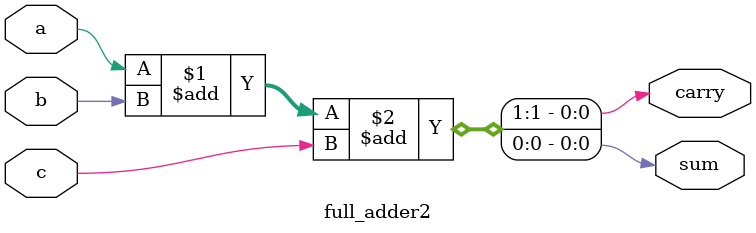
<source format=v>
`timescale 1ns / 1ps

module full_adder2(a,b,c,sum,carry);

input a,b,c;
output sum,carry;

assign {carry,sum}=a+b+c;

endmodule


</source>
